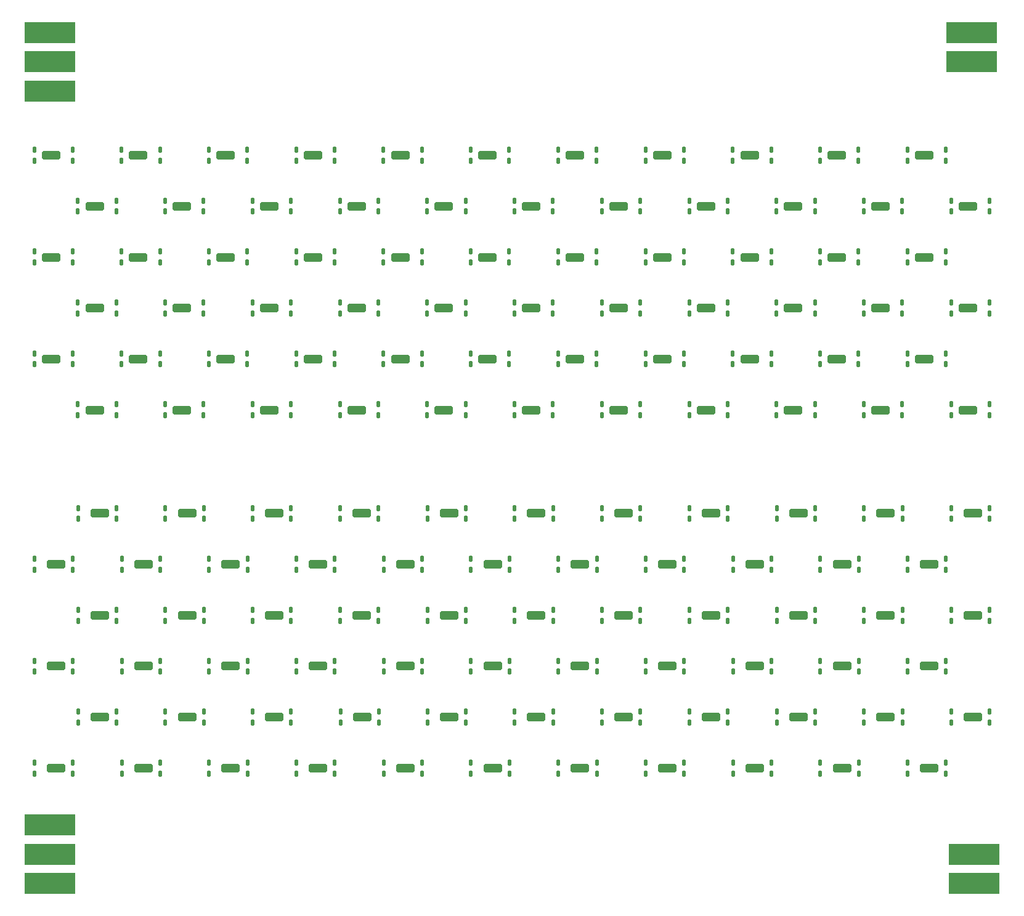
<source format=gtp>
G04 Layer_Color=8421504*
%FSLAX24Y24*%
%MOIN*%
G70*
G01*
G75*
G04:AMPARAMS|DCode=11|XSize=100mil|YSize=46.5mil|CornerRadius=11.6mil|HoleSize=0mil|Usage=FLASHONLY|Rotation=180.000|XOffset=0mil|YOffset=0mil|HoleType=Round|Shape=RoundedRectangle|*
%AMROUNDEDRECTD11*
21,1,0.1000,0.0232,0,0,180.0*
21,1,0.0768,0.0465,0,0,180.0*
1,1,0.0232,-0.0384,0.0116*
1,1,0.0232,0.0384,0.0116*
1,1,0.0232,0.0384,-0.0116*
1,1,0.0232,-0.0384,-0.0116*
%
%ADD11ROUNDEDRECTD11*%
G04:AMPARAMS|DCode=12|XSize=20.5mil|YSize=35.4mil|CornerRadius=5.1mil|HoleSize=0mil|Usage=FLASHONLY|Rotation=180.000|XOffset=0mil|YOffset=0mil|HoleType=Round|Shape=RoundedRectangle|*
%AMROUNDEDRECTD12*
21,1,0.0205,0.0252,0,0,180.0*
21,1,0.0102,0.0354,0,0,180.0*
1,1,0.0102,-0.0051,0.0126*
1,1,0.0102,0.0051,0.0126*
1,1,0.0102,0.0051,-0.0126*
1,1,0.0102,-0.0051,-0.0126*
%
%ADD12ROUNDEDRECTD12*%
%ADD13R,0.2756X0.1181*%
D11*
X127657Y68130D02*
D03*
X78051Y81909D02*
D03*
X78327Y48760D02*
D03*
X80413Y79154D02*
D03*
X78051Y76398D02*
D03*
X80413Y73642D02*
D03*
X78051Y70886D02*
D03*
X80413Y68130D02*
D03*
X82776Y81909D02*
D03*
X85138Y79154D02*
D03*
X82776Y76398D02*
D03*
X85138Y73642D02*
D03*
X82776Y70886D02*
D03*
X85138Y68130D02*
D03*
X87500Y81909D02*
D03*
X89862Y79154D02*
D03*
X87500Y76398D02*
D03*
X89862Y73642D02*
D03*
X87500Y70886D02*
D03*
X89862Y68130D02*
D03*
X92224Y81909D02*
D03*
X94587Y79154D02*
D03*
X92224Y76398D02*
D03*
X94587Y73642D02*
D03*
X92224Y70886D02*
D03*
X94587Y68130D02*
D03*
X96949Y81909D02*
D03*
X99311Y79154D02*
D03*
X96949Y76398D02*
D03*
X99311Y73642D02*
D03*
X96949Y70886D02*
D03*
X99311Y68130D02*
D03*
X101673Y81909D02*
D03*
X104035Y79154D02*
D03*
X101673Y76398D02*
D03*
X104035Y73642D02*
D03*
X101673Y70886D02*
D03*
X104035Y68130D02*
D03*
X106398Y81909D02*
D03*
X108760Y79154D02*
D03*
X106398Y76398D02*
D03*
X108760Y73642D02*
D03*
X106398Y70886D02*
D03*
X108760Y68130D02*
D03*
X111122Y81909D02*
D03*
X113484Y79154D02*
D03*
X111122Y76398D02*
D03*
X113484Y73642D02*
D03*
X111122Y70886D02*
D03*
X113484Y68130D02*
D03*
X115846Y81909D02*
D03*
X118209Y79154D02*
D03*
X115846Y76398D02*
D03*
X118209Y73642D02*
D03*
X115846Y70886D02*
D03*
X118209Y68130D02*
D03*
X120571Y81909D02*
D03*
X122933Y79154D02*
D03*
X120571Y76398D02*
D03*
X122933Y73642D02*
D03*
X120571Y70886D02*
D03*
X122933Y68130D02*
D03*
X125295Y81909D02*
D03*
X127657Y79154D02*
D03*
X125295Y76398D02*
D03*
X127657Y73642D02*
D03*
X125295Y70886D02*
D03*
X127933Y62539D02*
D03*
X125571Y59783D02*
D03*
X127933Y57028D02*
D03*
X125571Y54272D02*
D03*
X127933Y51516D02*
D03*
X125571Y48760D02*
D03*
X123209Y62539D02*
D03*
X120846Y59783D02*
D03*
X123209Y57028D02*
D03*
X120846Y54272D02*
D03*
X123209Y51516D02*
D03*
X120846Y48760D02*
D03*
X118484Y62539D02*
D03*
X116122Y59783D02*
D03*
X118484Y57028D02*
D03*
X116122Y54272D02*
D03*
X118484Y51516D02*
D03*
X116122Y48760D02*
D03*
X113760Y62539D02*
D03*
X111398Y59783D02*
D03*
X113760Y57028D02*
D03*
X111398Y54272D02*
D03*
X113760Y51516D02*
D03*
X111398Y48760D02*
D03*
X109035Y62539D02*
D03*
X106673Y59783D02*
D03*
X109035Y57028D02*
D03*
X106673Y54272D02*
D03*
X109035Y51516D02*
D03*
X106673Y48760D02*
D03*
X104311Y62539D02*
D03*
X101949Y59783D02*
D03*
X104311Y57028D02*
D03*
X101949Y54272D02*
D03*
X104311Y51516D02*
D03*
X101949Y48760D02*
D03*
X99587Y62539D02*
D03*
X97224Y59783D02*
D03*
X99587Y57028D02*
D03*
X97224Y54272D02*
D03*
X99587Y51516D02*
D03*
X97224Y48760D02*
D03*
X94862Y62539D02*
D03*
X92500Y59783D02*
D03*
X94862Y57028D02*
D03*
X92500Y54272D02*
D03*
X94902Y51516D02*
D03*
X92500Y48760D02*
D03*
X90138Y62539D02*
D03*
X87776Y59783D02*
D03*
X90138Y57028D02*
D03*
X87776Y54272D02*
D03*
X90138Y51516D02*
D03*
X87776Y48760D02*
D03*
X85413Y62539D02*
D03*
X83051Y59783D02*
D03*
X85413Y57028D02*
D03*
X83051Y54272D02*
D03*
X85413Y51516D02*
D03*
X83051Y48760D02*
D03*
X80689Y62539D02*
D03*
X78327Y59783D02*
D03*
X80689Y57028D02*
D03*
X78327Y54272D02*
D03*
X80689Y51516D02*
D03*
D12*
X126752Y67844D02*
D03*
Y68435D02*
D03*
X128829Y67844D02*
D03*
Y68435D02*
D03*
X77146Y81624D02*
D03*
Y82215D02*
D03*
X79222Y81624D02*
D03*
Y82215D02*
D03*
X79232Y49045D02*
D03*
Y48455D02*
D03*
X77156Y49045D02*
D03*
Y48455D02*
D03*
X79508Y78868D02*
D03*
Y79459D02*
D03*
X81585Y78868D02*
D03*
Y79459D02*
D03*
X77146Y76112D02*
D03*
Y76703D02*
D03*
X79222Y76112D02*
D03*
Y76703D02*
D03*
X79508Y73356D02*
D03*
Y73947D02*
D03*
X81585Y73356D02*
D03*
Y73947D02*
D03*
X77146Y70600D02*
D03*
Y71191D02*
D03*
X79222Y70600D02*
D03*
Y71191D02*
D03*
X79508Y67844D02*
D03*
Y68435D02*
D03*
X81585Y67844D02*
D03*
Y68435D02*
D03*
X81870Y81624D02*
D03*
Y82215D02*
D03*
X83947Y81624D02*
D03*
Y82215D02*
D03*
X84232Y78868D02*
D03*
Y79459D02*
D03*
X86309Y78868D02*
D03*
Y79459D02*
D03*
X81870Y76112D02*
D03*
Y76703D02*
D03*
X83947Y76112D02*
D03*
Y76703D02*
D03*
X84232Y73356D02*
D03*
Y73947D02*
D03*
X86309Y73356D02*
D03*
Y73947D02*
D03*
X81870Y70600D02*
D03*
Y71191D02*
D03*
X83947Y70600D02*
D03*
Y71191D02*
D03*
X84232Y67844D02*
D03*
Y68435D02*
D03*
X86309Y67844D02*
D03*
Y68435D02*
D03*
X86594Y81624D02*
D03*
Y82215D02*
D03*
X88671Y81624D02*
D03*
Y82215D02*
D03*
X88957Y78868D02*
D03*
Y79459D02*
D03*
X91033Y78868D02*
D03*
Y79459D02*
D03*
X86594Y76112D02*
D03*
Y76703D02*
D03*
X88671Y76112D02*
D03*
Y76703D02*
D03*
X88957Y73356D02*
D03*
Y73947D02*
D03*
X91033Y73356D02*
D03*
Y73947D02*
D03*
X86594Y70600D02*
D03*
Y71191D02*
D03*
X88671Y70600D02*
D03*
Y71191D02*
D03*
X88957Y67844D02*
D03*
Y68435D02*
D03*
X91033Y67844D02*
D03*
Y68435D02*
D03*
X91319Y81624D02*
D03*
Y82215D02*
D03*
X93396Y81624D02*
D03*
Y82215D02*
D03*
X93681Y78868D02*
D03*
Y79459D02*
D03*
X95758Y78868D02*
D03*
Y79459D02*
D03*
X91319Y76112D02*
D03*
Y76703D02*
D03*
X93396Y76112D02*
D03*
Y76703D02*
D03*
X93681Y73356D02*
D03*
Y73947D02*
D03*
X95758Y73356D02*
D03*
Y73947D02*
D03*
X91319Y70600D02*
D03*
Y71191D02*
D03*
X93396Y70600D02*
D03*
Y71191D02*
D03*
X93681Y67844D02*
D03*
Y68435D02*
D03*
X95758Y67844D02*
D03*
X95758Y68435D02*
D03*
X96043Y81624D02*
D03*
Y82215D02*
D03*
X98120Y81624D02*
D03*
Y82215D02*
D03*
X98406Y78868D02*
D03*
Y79459D02*
D03*
X100482Y78868D02*
D03*
Y79459D02*
D03*
X96043Y76112D02*
D03*
Y76703D02*
D03*
X98120Y76112D02*
D03*
Y76703D02*
D03*
X98406Y73356D02*
D03*
Y73947D02*
D03*
X100482Y73356D02*
D03*
Y73947D02*
D03*
X96043Y70600D02*
D03*
Y71191D02*
D03*
X98120Y70600D02*
D03*
Y71191D02*
D03*
X98406Y67844D02*
D03*
Y68435D02*
D03*
X100482Y67844D02*
D03*
Y68435D02*
D03*
X100768Y81624D02*
D03*
Y82215D02*
D03*
X102844Y81624D02*
D03*
Y82215D02*
D03*
X103130Y78868D02*
D03*
Y79459D02*
D03*
X105207Y78868D02*
D03*
Y79459D02*
D03*
X100768Y76112D02*
D03*
Y76703D02*
D03*
X102844Y76112D02*
D03*
Y76703D02*
D03*
X103130Y73356D02*
D03*
Y73947D02*
D03*
X105207Y73356D02*
D03*
Y73947D02*
D03*
X100768Y70600D02*
D03*
Y71191D02*
D03*
X102844Y70600D02*
D03*
Y71191D02*
D03*
X103130Y67844D02*
D03*
Y68435D02*
D03*
X105207Y67844D02*
D03*
Y68435D02*
D03*
X105492Y81624D02*
D03*
Y82215D02*
D03*
X107569Y81624D02*
D03*
Y82215D02*
D03*
X107854Y78868D02*
D03*
Y79459D02*
D03*
X109931Y78868D02*
D03*
Y79459D02*
D03*
X105492Y76112D02*
D03*
Y76703D02*
D03*
X107569Y76112D02*
D03*
Y76703D02*
D03*
X107854Y73356D02*
D03*
Y73947D02*
D03*
X109931Y73356D02*
D03*
Y73947D02*
D03*
X105492Y70600D02*
D03*
Y71191D02*
D03*
X107569Y70600D02*
D03*
Y71191D02*
D03*
X107854Y67844D02*
D03*
Y68435D02*
D03*
X109931Y67844D02*
D03*
Y68435D02*
D03*
X110217Y81624D02*
D03*
Y82215D02*
D03*
X112293Y81624D02*
D03*
Y82215D02*
D03*
X112579Y78868D02*
D03*
Y79459D02*
D03*
X114656Y78868D02*
D03*
Y79459D02*
D03*
X110217Y76112D02*
D03*
Y76703D02*
D03*
X112293Y76112D02*
D03*
Y76703D02*
D03*
X112579Y73356D02*
D03*
Y73947D02*
D03*
X114656Y73356D02*
D03*
Y73947D02*
D03*
X110217Y70600D02*
D03*
Y71191D02*
D03*
X112293Y70600D02*
D03*
Y71191D02*
D03*
X112579Y67844D02*
D03*
Y68435D02*
D03*
X114656Y67844D02*
D03*
Y68435D02*
D03*
X114941Y81624D02*
D03*
Y82215D02*
D03*
X117018Y81624D02*
D03*
Y82215D02*
D03*
X117303Y78868D02*
D03*
Y79459D02*
D03*
X119380Y78868D02*
D03*
Y79459D02*
D03*
X114941Y76112D02*
D03*
Y76703D02*
D03*
X117018Y76112D02*
D03*
Y76703D02*
D03*
X117303Y73356D02*
D03*
Y73947D02*
D03*
X119380Y73356D02*
D03*
Y73947D02*
D03*
X114941Y70600D02*
D03*
Y71191D02*
D03*
X117018Y70600D02*
D03*
Y71191D02*
D03*
X117303Y67844D02*
D03*
Y68435D02*
D03*
X119380Y67844D02*
D03*
Y68435D02*
D03*
X119665Y81624D02*
D03*
Y82215D02*
D03*
X121742Y81624D02*
D03*
Y82215D02*
D03*
X122028Y78868D02*
D03*
Y79459D02*
D03*
X124104Y78868D02*
D03*
Y79459D02*
D03*
X119665Y76112D02*
D03*
Y76703D02*
D03*
X121742Y76112D02*
D03*
Y76703D02*
D03*
X122028Y73356D02*
D03*
Y73947D02*
D03*
X124104Y73356D02*
D03*
Y73947D02*
D03*
X119665Y70600D02*
D03*
Y71191D02*
D03*
X121742Y70600D02*
D03*
Y71191D02*
D03*
X122028Y67844D02*
D03*
Y68435D02*
D03*
X124104Y67844D02*
D03*
Y68435D02*
D03*
X124390Y81624D02*
D03*
Y82215D02*
D03*
X126467Y81624D02*
D03*
Y82215D02*
D03*
X126752Y78868D02*
D03*
Y79459D02*
D03*
X128829Y78868D02*
D03*
Y79459D02*
D03*
X124390Y76112D02*
D03*
Y76703D02*
D03*
X126467Y76112D02*
D03*
Y76703D02*
D03*
X126752Y73356D02*
D03*
Y73947D02*
D03*
X128829Y73356D02*
D03*
Y73947D02*
D03*
X124390Y70600D02*
D03*
Y71191D02*
D03*
X126467Y70600D02*
D03*
Y71191D02*
D03*
X128839Y62825D02*
D03*
Y62234D02*
D03*
X126762Y62825D02*
D03*
Y62234D02*
D03*
X126476Y60069D02*
D03*
Y59478D02*
D03*
X124400Y60069D02*
D03*
Y59478D02*
D03*
X128839Y57313D02*
D03*
Y56722D02*
D03*
X126762Y57313D02*
D03*
Y56722D02*
D03*
X126476Y54557D02*
D03*
Y53967D02*
D03*
X124400Y54557D02*
D03*
Y53967D02*
D03*
X128839Y51801D02*
D03*
Y51211D02*
D03*
X126762Y51801D02*
D03*
Y51211D02*
D03*
X126476Y49045D02*
D03*
Y48455D02*
D03*
X124400Y49045D02*
D03*
Y48455D02*
D03*
X124114Y62825D02*
D03*
Y62234D02*
D03*
X122037Y62825D02*
D03*
Y62234D02*
D03*
X121752Y60069D02*
D03*
Y59478D02*
D03*
X119675Y60069D02*
D03*
Y59478D02*
D03*
X124114Y57313D02*
D03*
Y56722D02*
D03*
X122037Y57313D02*
D03*
Y56722D02*
D03*
X121752Y54557D02*
D03*
Y53967D02*
D03*
X119675Y54557D02*
D03*
Y53967D02*
D03*
X124114Y51801D02*
D03*
Y51211D02*
D03*
X122037Y51801D02*
D03*
Y51211D02*
D03*
X121752Y49045D02*
D03*
Y48455D02*
D03*
X119675Y49045D02*
D03*
Y48455D02*
D03*
X119390Y62825D02*
D03*
Y62234D02*
D03*
X117313Y62825D02*
D03*
Y62234D02*
D03*
X117028Y60069D02*
D03*
Y59478D02*
D03*
X114951Y60069D02*
D03*
Y59478D02*
D03*
X119390Y57313D02*
D03*
Y56722D02*
D03*
X117313Y57313D02*
D03*
Y56722D02*
D03*
X117028Y54557D02*
D03*
Y53967D02*
D03*
X114951Y54557D02*
D03*
Y53967D02*
D03*
X119390Y51801D02*
D03*
Y51211D02*
D03*
X117313Y51801D02*
D03*
Y51211D02*
D03*
X117028Y49045D02*
D03*
Y48455D02*
D03*
X114951Y49045D02*
D03*
Y48455D02*
D03*
X114665Y62825D02*
D03*
Y62234D02*
D03*
X112589Y62825D02*
D03*
Y62234D02*
D03*
X112303Y60069D02*
D03*
Y59478D02*
D03*
X110226Y60069D02*
D03*
Y59478D02*
D03*
X114665Y57313D02*
D03*
Y56722D02*
D03*
X112589Y57313D02*
D03*
Y56722D02*
D03*
X112303Y54557D02*
D03*
Y53967D02*
D03*
X110226Y54557D02*
D03*
Y53967D02*
D03*
X114665Y51801D02*
D03*
Y51211D02*
D03*
X112589Y51801D02*
D03*
Y51211D02*
D03*
X112303Y49045D02*
D03*
Y48455D02*
D03*
X110226Y49045D02*
D03*
Y48455D02*
D03*
X109941Y62825D02*
D03*
Y62234D02*
D03*
X107864Y62825D02*
D03*
Y62234D02*
D03*
X107579Y60069D02*
D03*
Y59478D02*
D03*
X105502Y60069D02*
D03*
Y59478D02*
D03*
X109941Y57313D02*
D03*
Y56722D02*
D03*
X107864Y57313D02*
D03*
Y56722D02*
D03*
X107579Y54557D02*
D03*
Y53967D02*
D03*
X105502Y54557D02*
D03*
Y53967D02*
D03*
X109941Y51801D02*
D03*
Y51211D02*
D03*
X107864Y51801D02*
D03*
Y51211D02*
D03*
X107579Y49045D02*
D03*
Y48455D02*
D03*
X105502Y49045D02*
D03*
Y48455D02*
D03*
X105217Y62825D02*
D03*
Y62234D02*
D03*
X103140Y62825D02*
D03*
Y62234D02*
D03*
X102854Y60069D02*
D03*
Y59478D02*
D03*
X100778Y60069D02*
D03*
Y59478D02*
D03*
X105217Y57313D02*
D03*
Y56722D02*
D03*
X103140Y57313D02*
D03*
Y56722D02*
D03*
X102854Y54557D02*
D03*
Y53967D02*
D03*
X100778Y54557D02*
D03*
Y53967D02*
D03*
X105217Y51801D02*
D03*
Y51211D02*
D03*
X103140Y51801D02*
D03*
Y51211D02*
D03*
X102854Y49045D02*
D03*
Y48455D02*
D03*
X100778Y49045D02*
D03*
Y48455D02*
D03*
X100492Y62825D02*
D03*
Y62234D02*
D03*
X98415Y62825D02*
D03*
Y62234D02*
D03*
X98130Y60069D02*
D03*
Y59478D02*
D03*
X96053Y60069D02*
D03*
Y59478D02*
D03*
X100492Y57313D02*
D03*
Y56722D02*
D03*
X98415Y57313D02*
D03*
Y56722D02*
D03*
X98130Y54557D02*
D03*
Y53967D02*
D03*
X96053Y54557D02*
D03*
Y53967D02*
D03*
X100492Y51801D02*
D03*
Y51211D02*
D03*
X98415Y51801D02*
D03*
Y51211D02*
D03*
X98130Y49045D02*
D03*
Y48455D02*
D03*
X96053Y49045D02*
D03*
Y48455D02*
D03*
X95768Y62825D02*
D03*
Y62234D02*
D03*
X93691Y62825D02*
D03*
Y62234D02*
D03*
X93406Y60069D02*
D03*
Y59478D02*
D03*
X91329Y60069D02*
D03*
Y59478D02*
D03*
X95768Y57313D02*
D03*
Y56722D02*
D03*
X93691Y57313D02*
D03*
Y56722D02*
D03*
X93406Y54557D02*
D03*
Y53967D02*
D03*
X91329Y54557D02*
D03*
Y53967D02*
D03*
X95807Y51801D02*
D03*
Y51211D02*
D03*
X93730Y51801D02*
D03*
Y51211D02*
D03*
X93406Y49045D02*
D03*
Y48455D02*
D03*
X91329Y49045D02*
D03*
Y48455D02*
D03*
X91043Y62825D02*
D03*
Y62234D02*
D03*
X88967Y62825D02*
D03*
Y62234D02*
D03*
X88681Y60069D02*
D03*
Y59478D02*
D03*
X86604Y60069D02*
D03*
Y59478D02*
D03*
X91043Y57313D02*
D03*
Y56722D02*
D03*
X88967Y57313D02*
D03*
Y56722D02*
D03*
X88681Y54557D02*
D03*
Y53967D02*
D03*
X86604Y54557D02*
D03*
Y53967D02*
D03*
X91043Y51801D02*
D03*
Y51211D02*
D03*
X88967Y51801D02*
D03*
Y51211D02*
D03*
X88681Y49045D02*
D03*
Y48455D02*
D03*
X86604Y49045D02*
D03*
Y48455D02*
D03*
X86319Y62825D02*
D03*
Y62234D02*
D03*
X84242Y62825D02*
D03*
Y62234D02*
D03*
X83957Y60069D02*
D03*
Y59478D02*
D03*
X81880Y60069D02*
D03*
Y59478D02*
D03*
X86319Y57313D02*
D03*
Y56722D02*
D03*
X84242Y57313D02*
D03*
Y56722D02*
D03*
X83957Y54557D02*
D03*
Y53967D02*
D03*
X81880Y54557D02*
D03*
Y53967D02*
D03*
X86319Y51801D02*
D03*
Y51211D02*
D03*
X84242Y51801D02*
D03*
Y51211D02*
D03*
X83957Y49045D02*
D03*
Y48455D02*
D03*
X81880Y49045D02*
D03*
Y48455D02*
D03*
X81594Y62825D02*
D03*
Y62234D02*
D03*
X79518Y62825D02*
D03*
Y62234D02*
D03*
X79232Y60069D02*
D03*
Y59478D02*
D03*
X77156Y60069D02*
D03*
Y59478D02*
D03*
X81594Y57313D02*
D03*
Y56722D02*
D03*
X79518Y57313D02*
D03*
Y56722D02*
D03*
X79232Y54557D02*
D03*
Y53967D02*
D03*
X77156Y54557D02*
D03*
Y53967D02*
D03*
X81594Y51801D02*
D03*
Y51211D02*
D03*
X79518Y51801D02*
D03*
Y51211D02*
D03*
D13*
X77992Y86968D02*
D03*
Y85394D02*
D03*
Y88543D02*
D03*
X127874D02*
D03*
X127992Y44094D02*
D03*
Y42520D02*
D03*
X77992Y44094D02*
D03*
Y42520D02*
D03*
Y45669D02*
D03*
X127874Y86968D02*
D03*
M02*

</source>
